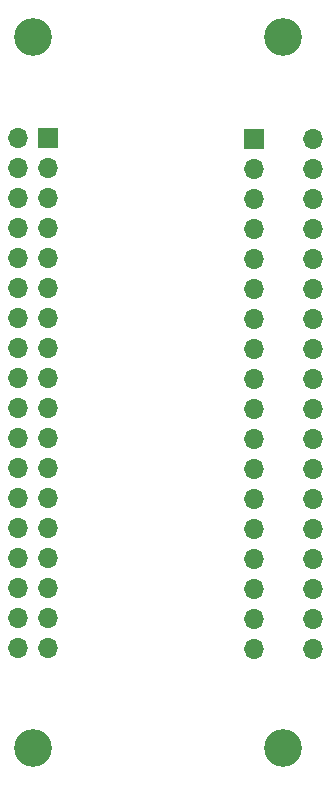
<source format=gbr>
%TF.GenerationSoftware,KiCad,Pcbnew,(6.0.6)*%
%TF.CreationDate,2022-10-16T14:55:51-05:00*%
%TF.ProjectId,CartRiser,43617274-5269-4736-9572-2e6b69636164,rev?*%
%TF.SameCoordinates,Original*%
%TF.FileFunction,Soldermask,Top*%
%TF.FilePolarity,Negative*%
%FSLAX46Y46*%
G04 Gerber Fmt 4.6, Leading zero omitted, Abs format (unit mm)*
G04 Created by KiCad (PCBNEW (6.0.6)) date 2022-10-16 14:55:51*
%MOMM*%
%LPD*%
G01*
G04 APERTURE LIST*
%ADD10C,3.200000*%
%ADD11R,1.700000X1.700000*%
%ADD12O,1.700000X1.700000*%
G04 APERTURE END LIST*
D10*
%TO.C,H4*%
X173800000Y-51900000D03*
%TD*%
%TO.C,H3*%
X152600000Y-112100000D03*
%TD*%
%TO.C,H2*%
X173800000Y-112100000D03*
%TD*%
%TO.C,H1*%
X152600000Y-51900000D03*
%TD*%
D11*
%TO.C,J2*%
X171325000Y-60520000D03*
D12*
X176325000Y-60520000D03*
X171325000Y-63060000D03*
X176325000Y-63060000D03*
X171325000Y-65600000D03*
X176325000Y-65600000D03*
X171325000Y-68140000D03*
X176325000Y-68140000D03*
X171325000Y-70680000D03*
X176325000Y-70680000D03*
X171325000Y-73220000D03*
X176325000Y-73220000D03*
X171325000Y-75760000D03*
X176325000Y-75760000D03*
X171325000Y-78300000D03*
X176325000Y-78300000D03*
X171325000Y-80840000D03*
X176325000Y-80840000D03*
X171325000Y-83380000D03*
X176325000Y-83380000D03*
X171325000Y-85920000D03*
X176325000Y-85920000D03*
X171325000Y-88460000D03*
X176325000Y-88460000D03*
X171325000Y-91000000D03*
X176325000Y-91000000D03*
X171325000Y-93540000D03*
X176325000Y-93540000D03*
X171325000Y-96080000D03*
X176325000Y-96080000D03*
X171325000Y-98620000D03*
X176325000Y-98620000D03*
X171325000Y-101160000D03*
X176325000Y-101160000D03*
X171325000Y-103700000D03*
X176325000Y-103700000D03*
%TD*%
D11*
%TO.C,J1*%
X153875000Y-60400000D03*
D12*
X151335000Y-60400000D03*
X153875000Y-62940000D03*
X151335000Y-62940000D03*
X153875000Y-65480000D03*
X151335000Y-65480000D03*
X153875000Y-68020000D03*
X151335000Y-68020000D03*
X153875000Y-70560000D03*
X151335000Y-70560000D03*
X153875000Y-73100000D03*
X151335000Y-73100000D03*
X153875000Y-75640000D03*
X151335000Y-75640000D03*
X153875000Y-78180000D03*
X151335000Y-78180000D03*
X153875000Y-80720000D03*
X151335000Y-80720000D03*
X153875000Y-83260000D03*
X151335000Y-83260000D03*
X153875000Y-85800000D03*
X151335000Y-85800000D03*
X153875000Y-88340000D03*
X151335000Y-88340000D03*
X153875000Y-90880000D03*
X151335000Y-90880000D03*
X153875000Y-93420000D03*
X151335000Y-93420000D03*
X153875000Y-95960000D03*
X151335000Y-95960000D03*
X153875000Y-98500000D03*
X151335000Y-98500000D03*
X153875000Y-101040000D03*
X151335000Y-101040000D03*
X153875000Y-103580000D03*
X151335000Y-103580000D03*
%TD*%
M02*

</source>
